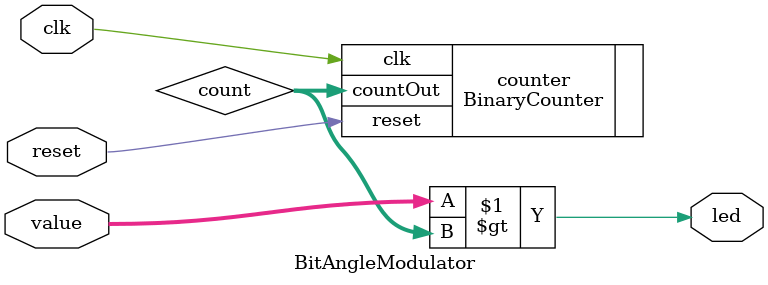
<source format=v>
`timescale 1ns / 1ps
`default_nettype none

module BitAngleModulator#(parameter bits=4)(
    input wire clk,
    input wire reset,
    input wire[bits-1:0] value,
    output wire led
    );
    
    wire[bits-1:0] count;
   	BinaryCounter#(.bits(bits)) counter(.clk(clk), .reset(reset), .countOut(count));
    
    assign led = value > count;
    
endmodule

</source>
